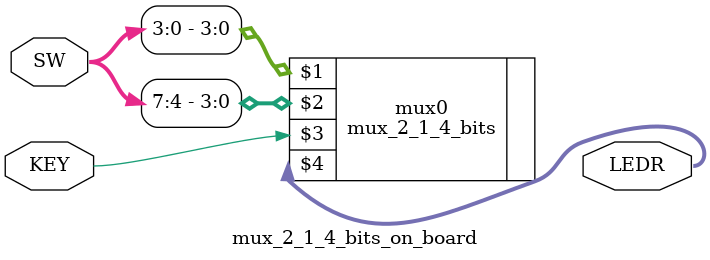
<source format=v>
module mux_2_1_4_bits_on_board(
	input [7:0] SW,
	input [0:0] KEY,
	output [3:0] LEDR
	);
	
	mux_2_1_4_bits mux0(SW[3:0], SW[7:4], KEY[0], LEDR[3:0]);
	
endmodule
	
</source>
